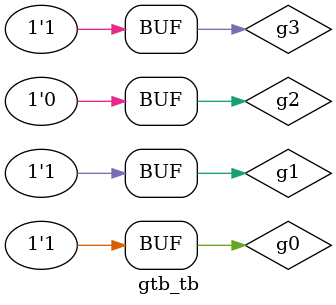
<source format=v>

module gtb(a0,a1,a2,a3,g3,g2,g1,g0);
  output a0,a1,a2,a3;
  input g3,g2,g1,g0;
  
  assign a3 = g3;
  assign a2 = (a3&~g2)+(~a3&g2);
  assign a1 = (g1&~a2)+(~g1&a2);
  assign a0 = (a1&~g0)+(~a1&g0);
  
  
  endmodule
//testbench

module gtb_tb;
  wire a0,a1,a2,a3;
  reg g0,g1,g2,g3 ;
  gtb gtbtb(.a0(a0),.a1(a1),.a2(a2),.a3(a3),.g0(g0),.g1(g1),.g2(g2),.g3(g3));
 
  initial 
    begin
      #5 g3=1'b0; g2=1'b0; g1=1'b0; g0=1'b0;
      #5 g3=1'b0; g2=1'b0; g1=1'b0; g0=1'b1;
      #5 g3=1'b0; g2=1'b0; g1=1'b1; g0=1'b0;
      #5 g3=1'b0; g2=1'b0; g1=1'b1; g0=1'b1;
      #5 g3=1'b1; g2=1'b0; g1=1'b0; g0=1'b0;
      #5 g3=1'b1; g2=1'b0; g1=1'b0; g0=1'b1;
      #5 g3=1'b1; g2=1'b0; g1=1'b1; g0=1'b0;
      #5 g3=1'b1; g2=1'b0; g1=1'b1; g0=1'b1;
      
       
      
    end
  always@(g3,g2,g1,g0)
    $monitor("time=%0t, {g3,g2,g1,g0} = %b,{a3,a2,a1,a0}=%b,",$time,{g3,g2,g1,g0},{a3,a2,a1,a0});
endmodule

</source>
